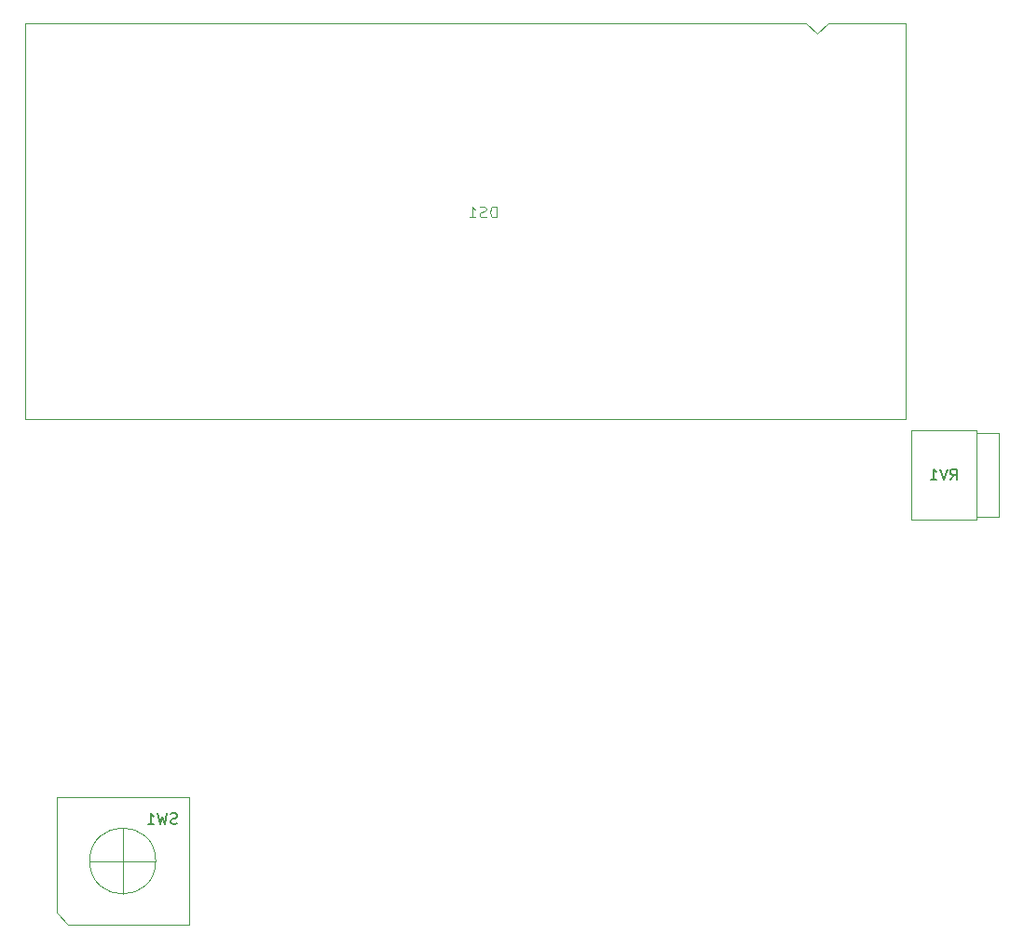
<source format=gbr>
%TF.GenerationSoftware,KiCad,Pcbnew,5.1.6-c6e7f7d~87~ubuntu18.04.1*%
%TF.CreationDate,2020-08-04T17:41:11-05:00*%
%TF.ProjectId,pHMeter,70484d65-7465-4722-9e6b-696361645f70,0.1*%
%TF.SameCoordinates,Original*%
%TF.FileFunction,Other,Fab,Bot*%
%FSLAX46Y46*%
G04 Gerber Fmt 4.6, Leading zero omitted, Abs format (unit mm)*
G04 Created by KiCad (PCBNEW 5.1.6-c6e7f7d~87~ubuntu18.04.1) date 2020-08-04 17:41:11*
%MOMM*%
%LPD*%
G01*
G04 APERTURE LIST*
%ADD10C,0.100000*%
%ADD11C,0.120000*%
%ADD12C,0.150000*%
G04 APERTURE END LIST*
D10*
%TO.C,DS1*%
X269620000Y-99286000D02*
X269620000Y-63286000D01*
X189620000Y-99286000D02*
X269620000Y-99286000D01*
X189620000Y-63286000D02*
X189620000Y-99286000D01*
X260620000Y-63286000D02*
X189620000Y-63286000D01*
X262620000Y-63286000D02*
X269620000Y-63286000D01*
X261620000Y-64286000D02*
X262620000Y-63286000D01*
X260620000Y-63286000D02*
X261620000Y-64286000D01*
D11*
%TO.C,SW1*%
X201508000Y-139486000D02*
G75*
G03*
X201508000Y-139486000I-3000000J0D01*
G01*
X193508000Y-145286000D02*
X204508000Y-145286000D01*
X204508000Y-145286000D02*
X204508000Y-133686000D01*
X204508000Y-133686000D02*
X192508000Y-133686000D01*
X192508000Y-133686000D02*
X192508000Y-144186000D01*
X192508000Y-144186000D02*
X193508000Y-145286000D01*
X198508000Y-142486000D02*
X198508000Y-136486000D01*
X195508000Y-139486000D02*
X201508000Y-139486000D01*
D10*
%TO.C,RV1*%
X270128000Y-108459000D02*
X270128000Y-100329000D01*
X270128000Y-100329000D02*
X276098000Y-100329000D01*
X276098000Y-100329000D02*
X276098000Y-108459000D01*
X276098000Y-108459000D02*
X270128000Y-108459000D01*
X276098000Y-108204000D02*
X276098000Y-100584000D01*
X276098000Y-100584000D02*
X278128000Y-100584000D01*
X278128000Y-100584000D02*
X278128000Y-108204000D01*
X278128000Y-108204000D02*
X276098000Y-108204000D01*
%TD*%
%TO.C,DS1*%
X232464285Y-80978380D02*
X232464285Y-79978380D01*
X232226190Y-79978380D01*
X232083333Y-80026000D01*
X231988095Y-80121238D01*
X231940476Y-80216476D01*
X231892857Y-80406952D01*
X231892857Y-80549809D01*
X231940476Y-80740285D01*
X231988095Y-80835523D01*
X232083333Y-80930761D01*
X232226190Y-80978380D01*
X232464285Y-80978380D01*
X231511904Y-80930761D02*
X231369047Y-80978380D01*
X231130952Y-80978380D01*
X231035714Y-80930761D01*
X230988095Y-80883142D01*
X230940476Y-80787904D01*
X230940476Y-80692666D01*
X230988095Y-80597428D01*
X231035714Y-80549809D01*
X231130952Y-80502190D01*
X231321428Y-80454571D01*
X231416666Y-80406952D01*
X231464285Y-80359333D01*
X231511904Y-80264095D01*
X231511904Y-80168857D01*
X231464285Y-80073619D01*
X231416666Y-80026000D01*
X231321428Y-79978380D01*
X231083333Y-79978380D01*
X230940476Y-80026000D01*
X229988095Y-80978380D02*
X230559523Y-80978380D01*
X230273809Y-80978380D02*
X230273809Y-79978380D01*
X230369047Y-80121238D01*
X230464285Y-80216476D01*
X230559523Y-80264095D01*
%TO.C,SW1*%
D12*
X203441333Y-136090761D02*
X203298476Y-136138380D01*
X203060380Y-136138380D01*
X202965142Y-136090761D01*
X202917523Y-136043142D01*
X202869904Y-135947904D01*
X202869904Y-135852666D01*
X202917523Y-135757428D01*
X202965142Y-135709809D01*
X203060380Y-135662190D01*
X203250857Y-135614571D01*
X203346095Y-135566952D01*
X203393714Y-135519333D01*
X203441333Y-135424095D01*
X203441333Y-135328857D01*
X203393714Y-135233619D01*
X203346095Y-135186000D01*
X203250857Y-135138380D01*
X203012761Y-135138380D01*
X202869904Y-135186000D01*
X202536571Y-135138380D02*
X202298476Y-136138380D01*
X202108000Y-135424095D01*
X201917523Y-136138380D01*
X201679428Y-135138380D01*
X200774666Y-136138380D02*
X201346095Y-136138380D01*
X201060380Y-136138380D02*
X201060380Y-135138380D01*
X201155619Y-135281238D01*
X201250857Y-135376476D01*
X201346095Y-135424095D01*
%TO.C,RV1*%
X273708238Y-104846380D02*
X274041571Y-104370190D01*
X274279666Y-104846380D02*
X274279666Y-103846380D01*
X273898714Y-103846380D01*
X273803476Y-103894000D01*
X273755857Y-103941619D01*
X273708238Y-104036857D01*
X273708238Y-104179714D01*
X273755857Y-104274952D01*
X273803476Y-104322571D01*
X273898714Y-104370190D01*
X274279666Y-104370190D01*
X273422523Y-103846380D02*
X273089190Y-104846380D01*
X272755857Y-103846380D01*
X271898714Y-104846380D02*
X272470142Y-104846380D01*
X272184428Y-104846380D02*
X272184428Y-103846380D01*
X272279666Y-103989238D01*
X272374904Y-104084476D01*
X272470142Y-104132095D01*
%TD*%
M02*

</source>
